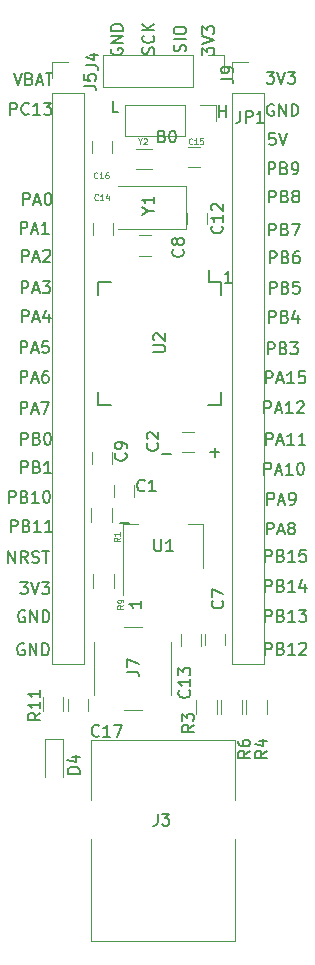
<source format=gbr>
G04 #@! TF.FileFunction,Legend,Top*
%FSLAX46Y46*%
G04 Gerber Fmt 4.6, Leading zero omitted, Abs format (unit mm)*
G04 Created by KiCad (PCBNEW 4.0.7) date 10/06/20 21:35:31*
%MOMM*%
%LPD*%
G01*
G04 APERTURE LIST*
%ADD10C,0.100000*%
%ADD11C,0.150000*%
%ADD12C,0.120000*%
G04 APERTURE END LIST*
D10*
D11*
X73152048Y-65857429D02*
X73913953Y-65857429D01*
X73533001Y-66238381D02*
X73533001Y-65476476D01*
X69088048Y-65984429D02*
X69849953Y-65984429D01*
X65468548Y-71826429D02*
X66230453Y-71826429D01*
X67300381Y-78440285D02*
X67300381Y-79011714D01*
X67300381Y-78726000D02*
X66300381Y-78726000D01*
X66443238Y-78821238D01*
X66538476Y-78916476D01*
X66586095Y-79011714D01*
X74961715Y-51506381D02*
X74390286Y-51506381D01*
X74676000Y-51506381D02*
X74676000Y-50506381D01*
X74580762Y-50649238D01*
X74485524Y-50744476D01*
X74390286Y-50792095D01*
X69043239Y-39104571D02*
X69186096Y-39152190D01*
X69233715Y-39199810D01*
X69281334Y-39295048D01*
X69281334Y-39437905D01*
X69233715Y-39533143D01*
X69186096Y-39580762D01*
X69090858Y-39628381D01*
X68709905Y-39628381D01*
X68709905Y-38628381D01*
X69043239Y-38628381D01*
X69138477Y-38676000D01*
X69186096Y-38723619D01*
X69233715Y-38818857D01*
X69233715Y-38914095D01*
X69186096Y-39009333D01*
X69138477Y-39056952D01*
X69043239Y-39104571D01*
X68709905Y-39104571D01*
X69900381Y-38628381D02*
X69995620Y-38628381D01*
X70090858Y-38676000D01*
X70138477Y-38723619D01*
X70186096Y-38818857D01*
X70233715Y-39009333D01*
X70233715Y-39247429D01*
X70186096Y-39437905D01*
X70138477Y-39533143D01*
X70090858Y-39580762D01*
X69995620Y-39628381D01*
X69900381Y-39628381D01*
X69805143Y-39580762D01*
X69757524Y-39533143D01*
X69709905Y-39437905D01*
X69662286Y-39247429D01*
X69662286Y-39009333D01*
X69709905Y-38818857D01*
X69757524Y-38723619D01*
X69805143Y-38676000D01*
X69900381Y-38628381D01*
X65357524Y-37078381D02*
X64881333Y-37078381D01*
X64881333Y-36078381D01*
X74433714Y-36473619D02*
X74433714Y-37473619D01*
X74433714Y-36997429D02*
X73862285Y-36997429D01*
X73862285Y-36473619D02*
X73862285Y-37473619D01*
X68349762Y-32146714D02*
X68397381Y-32003857D01*
X68397381Y-31765761D01*
X68349762Y-31670523D01*
X68302143Y-31622904D01*
X68206905Y-31575285D01*
X68111667Y-31575285D01*
X68016429Y-31622904D01*
X67968810Y-31670523D01*
X67921190Y-31765761D01*
X67873571Y-31956238D01*
X67825952Y-32051476D01*
X67778333Y-32099095D01*
X67683095Y-32146714D01*
X67587857Y-32146714D01*
X67492619Y-32099095D01*
X67445000Y-32051476D01*
X67397381Y-31956238D01*
X67397381Y-31718142D01*
X67445000Y-31575285D01*
X68302143Y-30575285D02*
X68349762Y-30622904D01*
X68397381Y-30765761D01*
X68397381Y-30860999D01*
X68349762Y-31003857D01*
X68254524Y-31099095D01*
X68159286Y-31146714D01*
X67968810Y-31194333D01*
X67825952Y-31194333D01*
X67635476Y-31146714D01*
X67540238Y-31099095D01*
X67445000Y-31003857D01*
X67397381Y-30860999D01*
X67397381Y-30765761D01*
X67445000Y-30622904D01*
X67492619Y-30575285D01*
X68397381Y-30146714D02*
X67397381Y-30146714D01*
X68397381Y-29575285D02*
X67825952Y-30003857D01*
X67397381Y-29575285D02*
X67968810Y-30146714D01*
X71016762Y-31908619D02*
X71064381Y-31765762D01*
X71064381Y-31527666D01*
X71016762Y-31432428D01*
X70969143Y-31384809D01*
X70873905Y-31337190D01*
X70778667Y-31337190D01*
X70683429Y-31384809D01*
X70635810Y-31432428D01*
X70588190Y-31527666D01*
X70540571Y-31718143D01*
X70492952Y-31813381D01*
X70445333Y-31861000D01*
X70350095Y-31908619D01*
X70254857Y-31908619D01*
X70159619Y-31861000D01*
X70112000Y-31813381D01*
X70064381Y-31718143D01*
X70064381Y-31480047D01*
X70112000Y-31337190D01*
X71064381Y-30908619D02*
X70064381Y-30908619D01*
X70064381Y-30241953D02*
X70064381Y-30051476D01*
X70112000Y-29956238D01*
X70207238Y-29861000D01*
X70397714Y-29813381D01*
X70731048Y-29813381D01*
X70921524Y-29861000D01*
X71016762Y-29956238D01*
X71064381Y-30051476D01*
X71064381Y-30241953D01*
X71016762Y-30337191D01*
X70921524Y-30432429D01*
X70731048Y-30480048D01*
X70397714Y-30480048D01*
X70207238Y-30432429D01*
X70112000Y-30337191D01*
X70064381Y-30241953D01*
X64778000Y-31686404D02*
X64730381Y-31781642D01*
X64730381Y-31924499D01*
X64778000Y-32067357D01*
X64873238Y-32162595D01*
X64968476Y-32210214D01*
X65158952Y-32257833D01*
X65301810Y-32257833D01*
X65492286Y-32210214D01*
X65587524Y-32162595D01*
X65682762Y-32067357D01*
X65730381Y-31924499D01*
X65730381Y-31829261D01*
X65682762Y-31686404D01*
X65635143Y-31638785D01*
X65301810Y-31638785D01*
X65301810Y-31829261D01*
X65730381Y-31210214D02*
X64730381Y-31210214D01*
X65730381Y-30638785D01*
X64730381Y-30638785D01*
X65730381Y-30162595D02*
X64730381Y-30162595D01*
X64730381Y-29924500D01*
X64778000Y-29781642D01*
X64873238Y-29686404D01*
X64968476Y-29638785D01*
X65158952Y-29591166D01*
X65301810Y-29591166D01*
X65492286Y-29638785D01*
X65587524Y-29686404D01*
X65682762Y-29781642D01*
X65730381Y-29924500D01*
X65730381Y-30162595D01*
X72477381Y-32226095D02*
X72477381Y-31607047D01*
X72858333Y-31940381D01*
X72858333Y-31797523D01*
X72905952Y-31702285D01*
X72953571Y-31654666D01*
X73048810Y-31607047D01*
X73286905Y-31607047D01*
X73382143Y-31654666D01*
X73429762Y-31702285D01*
X73477381Y-31797523D01*
X73477381Y-32083238D01*
X73429762Y-32178476D01*
X73382143Y-32226095D01*
X72477381Y-31321333D02*
X73477381Y-30988000D01*
X72477381Y-30654666D01*
X72477381Y-30416571D02*
X72477381Y-29797523D01*
X72858333Y-30130857D01*
X72858333Y-29987999D01*
X72905952Y-29892761D01*
X72953571Y-29845142D01*
X73048810Y-29797523D01*
X73286905Y-29797523D01*
X73382143Y-29845142D01*
X73429762Y-29892761D01*
X73477381Y-29987999D01*
X73477381Y-30273714D01*
X73429762Y-30368952D01*
X73382143Y-30416571D01*
X77908305Y-33640781D02*
X78527353Y-33640781D01*
X78194019Y-34021733D01*
X78336877Y-34021733D01*
X78432115Y-34069352D01*
X78479734Y-34116971D01*
X78527353Y-34212210D01*
X78527353Y-34450305D01*
X78479734Y-34545543D01*
X78432115Y-34593162D01*
X78336877Y-34640781D01*
X78051162Y-34640781D01*
X77955924Y-34593162D01*
X77908305Y-34545543D01*
X78813067Y-33640781D02*
X79146400Y-34640781D01*
X79479734Y-33640781D01*
X79717829Y-33640781D02*
X80336877Y-33640781D01*
X80003543Y-34021733D01*
X80146401Y-34021733D01*
X80241639Y-34069352D01*
X80289258Y-34116971D01*
X80336877Y-34212210D01*
X80336877Y-34450305D01*
X80289258Y-34545543D01*
X80241639Y-34593162D01*
X80146401Y-34640781D01*
X79860686Y-34640781D01*
X79765448Y-34593162D01*
X79717829Y-34545543D01*
X78498796Y-36431600D02*
X78403558Y-36383981D01*
X78260701Y-36383981D01*
X78117843Y-36431600D01*
X78022605Y-36526838D01*
X77974986Y-36622076D01*
X77927367Y-36812552D01*
X77927367Y-36955410D01*
X77974986Y-37145886D01*
X78022605Y-37241124D01*
X78117843Y-37336362D01*
X78260701Y-37383981D01*
X78355939Y-37383981D01*
X78498796Y-37336362D01*
X78546415Y-37288743D01*
X78546415Y-36955410D01*
X78355939Y-36955410D01*
X78974986Y-37383981D02*
X78974986Y-36383981D01*
X79546415Y-37383981D01*
X79546415Y-36383981D01*
X80022605Y-37383981D02*
X80022605Y-36383981D01*
X80260700Y-36383981D01*
X80403558Y-36431600D01*
X80498796Y-36526838D01*
X80546415Y-36622076D01*
X80594034Y-36812552D01*
X80594034Y-36955410D01*
X80546415Y-37145886D01*
X80498796Y-37241124D01*
X80403558Y-37336362D01*
X80260700Y-37383981D01*
X80022605Y-37383981D01*
X78625724Y-38847781D02*
X78149533Y-38847781D01*
X78101914Y-39323971D01*
X78149533Y-39276352D01*
X78244771Y-39228733D01*
X78482867Y-39228733D01*
X78578105Y-39276352D01*
X78625724Y-39323971D01*
X78673343Y-39419210D01*
X78673343Y-39657305D01*
X78625724Y-39752543D01*
X78578105Y-39800162D01*
X78482867Y-39847781D01*
X78244771Y-39847781D01*
X78149533Y-39800162D01*
X78101914Y-39752543D01*
X78959057Y-38847781D02*
X79292390Y-39847781D01*
X79625724Y-38847781D01*
X78086105Y-42311581D02*
X78086105Y-41311581D01*
X78467058Y-41311581D01*
X78562296Y-41359200D01*
X78609915Y-41406819D01*
X78657534Y-41502057D01*
X78657534Y-41644914D01*
X78609915Y-41740152D01*
X78562296Y-41787771D01*
X78467058Y-41835390D01*
X78086105Y-41835390D01*
X79419439Y-41787771D02*
X79562296Y-41835390D01*
X79609915Y-41883010D01*
X79657534Y-41978248D01*
X79657534Y-42121105D01*
X79609915Y-42216343D01*
X79562296Y-42263962D01*
X79467058Y-42311581D01*
X79086105Y-42311581D01*
X79086105Y-41311581D01*
X79419439Y-41311581D01*
X79514677Y-41359200D01*
X79562296Y-41406819D01*
X79609915Y-41502057D01*
X79609915Y-41597295D01*
X79562296Y-41692533D01*
X79514677Y-41740152D01*
X79419439Y-41787771D01*
X79086105Y-41787771D01*
X80133724Y-42311581D02*
X80324200Y-42311581D01*
X80419439Y-42263962D01*
X80467058Y-42216343D01*
X80562296Y-42073486D01*
X80609915Y-41883010D01*
X80609915Y-41502057D01*
X80562296Y-41406819D01*
X80514677Y-41359200D01*
X80419439Y-41311581D01*
X80228962Y-41311581D01*
X80133724Y-41359200D01*
X80086105Y-41406819D01*
X80038486Y-41502057D01*
X80038486Y-41740152D01*
X80086105Y-41835390D01*
X80133724Y-41883010D01*
X80228962Y-41930629D01*
X80419439Y-41930629D01*
X80514677Y-41883010D01*
X80562296Y-41835390D01*
X80609915Y-41740152D01*
X78136905Y-44711881D02*
X78136905Y-43711881D01*
X78517858Y-43711881D01*
X78613096Y-43759500D01*
X78660715Y-43807119D01*
X78708334Y-43902357D01*
X78708334Y-44045214D01*
X78660715Y-44140452D01*
X78613096Y-44188071D01*
X78517858Y-44235690D01*
X78136905Y-44235690D01*
X79470239Y-44188071D02*
X79613096Y-44235690D01*
X79660715Y-44283310D01*
X79708334Y-44378548D01*
X79708334Y-44521405D01*
X79660715Y-44616643D01*
X79613096Y-44664262D01*
X79517858Y-44711881D01*
X79136905Y-44711881D01*
X79136905Y-43711881D01*
X79470239Y-43711881D01*
X79565477Y-43759500D01*
X79613096Y-43807119D01*
X79660715Y-43902357D01*
X79660715Y-43997595D01*
X79613096Y-44092833D01*
X79565477Y-44140452D01*
X79470239Y-44188071D01*
X79136905Y-44188071D01*
X80279762Y-44140452D02*
X80184524Y-44092833D01*
X80136905Y-44045214D01*
X80089286Y-43949976D01*
X80089286Y-43902357D01*
X80136905Y-43807119D01*
X80184524Y-43759500D01*
X80279762Y-43711881D01*
X80470239Y-43711881D01*
X80565477Y-43759500D01*
X80613096Y-43807119D01*
X80660715Y-43902357D01*
X80660715Y-43949976D01*
X80613096Y-44045214D01*
X80565477Y-44092833D01*
X80470239Y-44140452D01*
X80279762Y-44140452D01*
X80184524Y-44188071D01*
X80136905Y-44235690D01*
X80089286Y-44330929D01*
X80089286Y-44521405D01*
X80136905Y-44616643D01*
X80184524Y-44664262D01*
X80279762Y-44711881D01*
X80470239Y-44711881D01*
X80565477Y-44664262D01*
X80613096Y-44616643D01*
X80660715Y-44521405D01*
X80660715Y-44330929D01*
X80613096Y-44235690D01*
X80565477Y-44188071D01*
X80470239Y-44140452D01*
X78136905Y-47505881D02*
X78136905Y-46505881D01*
X78517858Y-46505881D01*
X78613096Y-46553500D01*
X78660715Y-46601119D01*
X78708334Y-46696357D01*
X78708334Y-46839214D01*
X78660715Y-46934452D01*
X78613096Y-46982071D01*
X78517858Y-47029690D01*
X78136905Y-47029690D01*
X79470239Y-46982071D02*
X79613096Y-47029690D01*
X79660715Y-47077310D01*
X79708334Y-47172548D01*
X79708334Y-47315405D01*
X79660715Y-47410643D01*
X79613096Y-47458262D01*
X79517858Y-47505881D01*
X79136905Y-47505881D01*
X79136905Y-46505881D01*
X79470239Y-46505881D01*
X79565477Y-46553500D01*
X79613096Y-46601119D01*
X79660715Y-46696357D01*
X79660715Y-46791595D01*
X79613096Y-46886833D01*
X79565477Y-46934452D01*
X79470239Y-46982071D01*
X79136905Y-46982071D01*
X80041667Y-46505881D02*
X80708334Y-46505881D01*
X80279762Y-47505881D01*
X78187705Y-49855381D02*
X78187705Y-48855381D01*
X78568658Y-48855381D01*
X78663896Y-48903000D01*
X78711515Y-48950619D01*
X78759134Y-49045857D01*
X78759134Y-49188714D01*
X78711515Y-49283952D01*
X78663896Y-49331571D01*
X78568658Y-49379190D01*
X78187705Y-49379190D01*
X79521039Y-49331571D02*
X79663896Y-49379190D01*
X79711515Y-49426810D01*
X79759134Y-49522048D01*
X79759134Y-49664905D01*
X79711515Y-49760143D01*
X79663896Y-49807762D01*
X79568658Y-49855381D01*
X79187705Y-49855381D01*
X79187705Y-48855381D01*
X79521039Y-48855381D01*
X79616277Y-48903000D01*
X79663896Y-48950619D01*
X79711515Y-49045857D01*
X79711515Y-49141095D01*
X79663896Y-49236333D01*
X79616277Y-49283952D01*
X79521039Y-49331571D01*
X79187705Y-49331571D01*
X80616277Y-48855381D02*
X80425800Y-48855381D01*
X80330562Y-48903000D01*
X80282943Y-48950619D01*
X80187705Y-49093476D01*
X80140086Y-49283952D01*
X80140086Y-49664905D01*
X80187705Y-49760143D01*
X80235324Y-49807762D01*
X80330562Y-49855381D01*
X80521039Y-49855381D01*
X80616277Y-49807762D01*
X80663896Y-49760143D01*
X80711515Y-49664905D01*
X80711515Y-49426810D01*
X80663896Y-49331571D01*
X80616277Y-49283952D01*
X80521039Y-49236333D01*
X80330562Y-49236333D01*
X80235324Y-49283952D01*
X80187705Y-49331571D01*
X80140086Y-49426810D01*
X78187705Y-52420781D02*
X78187705Y-51420781D01*
X78568658Y-51420781D01*
X78663896Y-51468400D01*
X78711515Y-51516019D01*
X78759134Y-51611257D01*
X78759134Y-51754114D01*
X78711515Y-51849352D01*
X78663896Y-51896971D01*
X78568658Y-51944590D01*
X78187705Y-51944590D01*
X79521039Y-51896971D02*
X79663896Y-51944590D01*
X79711515Y-51992210D01*
X79759134Y-52087448D01*
X79759134Y-52230305D01*
X79711515Y-52325543D01*
X79663896Y-52373162D01*
X79568658Y-52420781D01*
X79187705Y-52420781D01*
X79187705Y-51420781D01*
X79521039Y-51420781D01*
X79616277Y-51468400D01*
X79663896Y-51516019D01*
X79711515Y-51611257D01*
X79711515Y-51706495D01*
X79663896Y-51801733D01*
X79616277Y-51849352D01*
X79521039Y-51896971D01*
X79187705Y-51896971D01*
X80663896Y-51420781D02*
X80187705Y-51420781D01*
X80140086Y-51896971D01*
X80187705Y-51849352D01*
X80282943Y-51801733D01*
X80521039Y-51801733D01*
X80616277Y-51849352D01*
X80663896Y-51896971D01*
X80711515Y-51992210D01*
X80711515Y-52230305D01*
X80663896Y-52325543D01*
X80616277Y-52373162D01*
X80521039Y-52420781D01*
X80282943Y-52420781D01*
X80187705Y-52373162D01*
X80140086Y-52325543D01*
X78136905Y-54884581D02*
X78136905Y-53884581D01*
X78517858Y-53884581D01*
X78613096Y-53932200D01*
X78660715Y-53979819D01*
X78708334Y-54075057D01*
X78708334Y-54217914D01*
X78660715Y-54313152D01*
X78613096Y-54360771D01*
X78517858Y-54408390D01*
X78136905Y-54408390D01*
X79470239Y-54360771D02*
X79613096Y-54408390D01*
X79660715Y-54456010D01*
X79708334Y-54551248D01*
X79708334Y-54694105D01*
X79660715Y-54789343D01*
X79613096Y-54836962D01*
X79517858Y-54884581D01*
X79136905Y-54884581D01*
X79136905Y-53884581D01*
X79470239Y-53884581D01*
X79565477Y-53932200D01*
X79613096Y-53979819D01*
X79660715Y-54075057D01*
X79660715Y-54170295D01*
X79613096Y-54265533D01*
X79565477Y-54313152D01*
X79470239Y-54360771D01*
X79136905Y-54360771D01*
X80565477Y-54217914D02*
X80565477Y-54884581D01*
X80327381Y-53836962D02*
X80089286Y-54551248D01*
X80708334Y-54551248D01*
X78022605Y-57564281D02*
X78022605Y-56564281D01*
X78403558Y-56564281D01*
X78498796Y-56611900D01*
X78546415Y-56659519D01*
X78594034Y-56754757D01*
X78594034Y-56897614D01*
X78546415Y-56992852D01*
X78498796Y-57040471D01*
X78403558Y-57088090D01*
X78022605Y-57088090D01*
X79355939Y-57040471D02*
X79498796Y-57088090D01*
X79546415Y-57135710D01*
X79594034Y-57230948D01*
X79594034Y-57373805D01*
X79546415Y-57469043D01*
X79498796Y-57516662D01*
X79403558Y-57564281D01*
X79022605Y-57564281D01*
X79022605Y-56564281D01*
X79355939Y-56564281D01*
X79451177Y-56611900D01*
X79498796Y-56659519D01*
X79546415Y-56754757D01*
X79546415Y-56849995D01*
X79498796Y-56945233D01*
X79451177Y-56992852D01*
X79355939Y-57040471D01*
X79022605Y-57040471D01*
X79927367Y-56564281D02*
X80546415Y-56564281D01*
X80213081Y-56945233D01*
X80355939Y-56945233D01*
X80451177Y-56992852D01*
X80498796Y-57040471D01*
X80546415Y-57135710D01*
X80546415Y-57373805D01*
X80498796Y-57469043D01*
X80451177Y-57516662D01*
X80355939Y-57564281D01*
X80070224Y-57564281D01*
X79974986Y-57516662D01*
X79927367Y-57469043D01*
X77859143Y-60015381D02*
X77859143Y-59015381D01*
X78240096Y-59015381D01*
X78335334Y-59063000D01*
X78382953Y-59110619D01*
X78430572Y-59205857D01*
X78430572Y-59348714D01*
X78382953Y-59443952D01*
X78335334Y-59491571D01*
X78240096Y-59539190D01*
X77859143Y-59539190D01*
X78811524Y-59729667D02*
X79287715Y-59729667D01*
X78716286Y-60015381D02*
X79049619Y-59015381D01*
X79382953Y-60015381D01*
X80240096Y-60015381D02*
X79668667Y-60015381D01*
X79954381Y-60015381D02*
X79954381Y-59015381D01*
X79859143Y-59158238D01*
X79763905Y-59253476D01*
X79668667Y-59301095D01*
X81144858Y-59015381D02*
X80668667Y-59015381D01*
X80621048Y-59491571D01*
X80668667Y-59443952D01*
X80763905Y-59396333D01*
X81002001Y-59396333D01*
X81097239Y-59443952D01*
X81144858Y-59491571D01*
X81192477Y-59586810D01*
X81192477Y-59824905D01*
X81144858Y-59920143D01*
X81097239Y-59967762D01*
X81002001Y-60015381D01*
X80763905Y-60015381D01*
X80668667Y-59967762D01*
X80621048Y-59920143D01*
X77732143Y-62555381D02*
X77732143Y-61555381D01*
X78113096Y-61555381D01*
X78208334Y-61603000D01*
X78255953Y-61650619D01*
X78303572Y-61745857D01*
X78303572Y-61888714D01*
X78255953Y-61983952D01*
X78208334Y-62031571D01*
X78113096Y-62079190D01*
X77732143Y-62079190D01*
X78684524Y-62269667D02*
X79160715Y-62269667D01*
X78589286Y-62555381D02*
X78922619Y-61555381D01*
X79255953Y-62555381D01*
X80113096Y-62555381D02*
X79541667Y-62555381D01*
X79827381Y-62555381D02*
X79827381Y-61555381D01*
X79732143Y-61698238D01*
X79636905Y-61793476D01*
X79541667Y-61841095D01*
X80494048Y-61650619D02*
X80541667Y-61603000D01*
X80636905Y-61555381D01*
X80875001Y-61555381D01*
X80970239Y-61603000D01*
X81017858Y-61650619D01*
X81065477Y-61745857D01*
X81065477Y-61841095D01*
X81017858Y-61983952D01*
X80446429Y-62555381D01*
X81065477Y-62555381D01*
X77859143Y-65222381D02*
X77859143Y-64222381D01*
X78240096Y-64222381D01*
X78335334Y-64270000D01*
X78382953Y-64317619D01*
X78430572Y-64412857D01*
X78430572Y-64555714D01*
X78382953Y-64650952D01*
X78335334Y-64698571D01*
X78240096Y-64746190D01*
X77859143Y-64746190D01*
X78811524Y-64936667D02*
X79287715Y-64936667D01*
X78716286Y-65222381D02*
X79049619Y-64222381D01*
X79382953Y-65222381D01*
X80240096Y-65222381D02*
X79668667Y-65222381D01*
X79954381Y-65222381D02*
X79954381Y-64222381D01*
X79859143Y-64365238D01*
X79763905Y-64460476D01*
X79668667Y-64508095D01*
X81192477Y-65222381D02*
X80621048Y-65222381D01*
X80906762Y-65222381D02*
X80906762Y-64222381D01*
X80811524Y-64365238D01*
X80716286Y-64460476D01*
X80621048Y-64508095D01*
X77732143Y-67762381D02*
X77732143Y-66762381D01*
X78113096Y-66762381D01*
X78208334Y-66810000D01*
X78255953Y-66857619D01*
X78303572Y-66952857D01*
X78303572Y-67095714D01*
X78255953Y-67190952D01*
X78208334Y-67238571D01*
X78113096Y-67286190D01*
X77732143Y-67286190D01*
X78684524Y-67476667D02*
X79160715Y-67476667D01*
X78589286Y-67762381D02*
X78922619Y-66762381D01*
X79255953Y-67762381D01*
X80113096Y-67762381D02*
X79541667Y-67762381D01*
X79827381Y-67762381D02*
X79827381Y-66762381D01*
X79732143Y-66905238D01*
X79636905Y-67000476D01*
X79541667Y-67048095D01*
X80732143Y-66762381D02*
X80827382Y-66762381D01*
X80922620Y-66810000D01*
X80970239Y-66857619D01*
X81017858Y-66952857D01*
X81065477Y-67143333D01*
X81065477Y-67381429D01*
X81017858Y-67571905D01*
X80970239Y-67667143D01*
X80922620Y-67714762D01*
X80827382Y-67762381D01*
X80732143Y-67762381D01*
X80636905Y-67714762D01*
X80589286Y-67667143D01*
X80541667Y-67571905D01*
X80494048Y-67381429D01*
X80494048Y-67143333D01*
X80541667Y-66952857D01*
X80589286Y-66857619D01*
X80636905Y-66810000D01*
X80732143Y-66762381D01*
X77979733Y-70302381D02*
X77979733Y-69302381D01*
X78360686Y-69302381D01*
X78455924Y-69350000D01*
X78503543Y-69397619D01*
X78551162Y-69492857D01*
X78551162Y-69635714D01*
X78503543Y-69730952D01*
X78455924Y-69778571D01*
X78360686Y-69826190D01*
X77979733Y-69826190D01*
X78932114Y-70016667D02*
X79408305Y-70016667D01*
X78836876Y-70302381D02*
X79170209Y-69302381D01*
X79503543Y-70302381D01*
X79884495Y-70302381D02*
X80074971Y-70302381D01*
X80170210Y-70254762D01*
X80217829Y-70207143D01*
X80313067Y-70064286D01*
X80360686Y-69873810D01*
X80360686Y-69492857D01*
X80313067Y-69397619D01*
X80265448Y-69350000D01*
X80170210Y-69302381D01*
X79979733Y-69302381D01*
X79884495Y-69350000D01*
X79836876Y-69397619D01*
X79789257Y-69492857D01*
X79789257Y-69730952D01*
X79836876Y-69826190D01*
X79884495Y-69873810D01*
X79979733Y-69921429D01*
X80170210Y-69921429D01*
X80265448Y-69873810D01*
X80313067Y-69826190D01*
X80360686Y-69730952D01*
X77928933Y-72816981D02*
X77928933Y-71816981D01*
X78309886Y-71816981D01*
X78405124Y-71864600D01*
X78452743Y-71912219D01*
X78500362Y-72007457D01*
X78500362Y-72150314D01*
X78452743Y-72245552D01*
X78405124Y-72293171D01*
X78309886Y-72340790D01*
X77928933Y-72340790D01*
X78881314Y-72531267D02*
X79357505Y-72531267D01*
X78786076Y-72816981D02*
X79119409Y-71816981D01*
X79452743Y-72816981D01*
X79928933Y-72245552D02*
X79833695Y-72197933D01*
X79786076Y-72150314D01*
X79738457Y-72055076D01*
X79738457Y-72007457D01*
X79786076Y-71912219D01*
X79833695Y-71864600D01*
X79928933Y-71816981D01*
X80119410Y-71816981D01*
X80214648Y-71864600D01*
X80262267Y-71912219D01*
X80309886Y-72007457D01*
X80309886Y-72055076D01*
X80262267Y-72150314D01*
X80214648Y-72197933D01*
X80119410Y-72245552D01*
X79928933Y-72245552D01*
X79833695Y-72293171D01*
X79786076Y-72340790D01*
X79738457Y-72436029D01*
X79738457Y-72626505D01*
X79786076Y-72721743D01*
X79833695Y-72769362D01*
X79928933Y-72816981D01*
X80119410Y-72816981D01*
X80214648Y-72769362D01*
X80262267Y-72721743D01*
X80309886Y-72626505D01*
X80309886Y-72436029D01*
X80262267Y-72340790D01*
X80214648Y-72293171D01*
X80119410Y-72245552D01*
X77787714Y-75128381D02*
X77787714Y-74128381D01*
X78168667Y-74128381D01*
X78263905Y-74176000D01*
X78311524Y-74223619D01*
X78359143Y-74318857D01*
X78359143Y-74461714D01*
X78311524Y-74556952D01*
X78263905Y-74604571D01*
X78168667Y-74652190D01*
X77787714Y-74652190D01*
X79121048Y-74604571D02*
X79263905Y-74652190D01*
X79311524Y-74699810D01*
X79359143Y-74795048D01*
X79359143Y-74937905D01*
X79311524Y-75033143D01*
X79263905Y-75080762D01*
X79168667Y-75128381D01*
X78787714Y-75128381D01*
X78787714Y-74128381D01*
X79121048Y-74128381D01*
X79216286Y-74176000D01*
X79263905Y-74223619D01*
X79311524Y-74318857D01*
X79311524Y-74414095D01*
X79263905Y-74509333D01*
X79216286Y-74556952D01*
X79121048Y-74604571D01*
X78787714Y-74604571D01*
X80311524Y-75128381D02*
X79740095Y-75128381D01*
X80025809Y-75128381D02*
X80025809Y-74128381D01*
X79930571Y-74271238D01*
X79835333Y-74366476D01*
X79740095Y-74414095D01*
X81216286Y-74128381D02*
X80740095Y-74128381D01*
X80692476Y-74604571D01*
X80740095Y-74556952D01*
X80835333Y-74509333D01*
X81073429Y-74509333D01*
X81168667Y-74556952D01*
X81216286Y-74604571D01*
X81263905Y-74699810D01*
X81263905Y-74937905D01*
X81216286Y-75033143D01*
X81168667Y-75080762D01*
X81073429Y-75128381D01*
X80835333Y-75128381D01*
X80740095Y-75080762D01*
X80692476Y-75033143D01*
X77787714Y-77668381D02*
X77787714Y-76668381D01*
X78168667Y-76668381D01*
X78263905Y-76716000D01*
X78311524Y-76763619D01*
X78359143Y-76858857D01*
X78359143Y-77001714D01*
X78311524Y-77096952D01*
X78263905Y-77144571D01*
X78168667Y-77192190D01*
X77787714Y-77192190D01*
X79121048Y-77144571D02*
X79263905Y-77192190D01*
X79311524Y-77239810D01*
X79359143Y-77335048D01*
X79359143Y-77477905D01*
X79311524Y-77573143D01*
X79263905Y-77620762D01*
X79168667Y-77668381D01*
X78787714Y-77668381D01*
X78787714Y-76668381D01*
X79121048Y-76668381D01*
X79216286Y-76716000D01*
X79263905Y-76763619D01*
X79311524Y-76858857D01*
X79311524Y-76954095D01*
X79263905Y-77049333D01*
X79216286Y-77096952D01*
X79121048Y-77144571D01*
X78787714Y-77144571D01*
X80311524Y-77668381D02*
X79740095Y-77668381D01*
X80025809Y-77668381D02*
X80025809Y-76668381D01*
X79930571Y-76811238D01*
X79835333Y-76906476D01*
X79740095Y-76954095D01*
X81168667Y-77001714D02*
X81168667Y-77668381D01*
X80930571Y-76620762D02*
X80692476Y-77335048D01*
X81311524Y-77335048D01*
X77787714Y-80208381D02*
X77787714Y-79208381D01*
X78168667Y-79208381D01*
X78263905Y-79256000D01*
X78311524Y-79303619D01*
X78359143Y-79398857D01*
X78359143Y-79541714D01*
X78311524Y-79636952D01*
X78263905Y-79684571D01*
X78168667Y-79732190D01*
X77787714Y-79732190D01*
X79121048Y-79684571D02*
X79263905Y-79732190D01*
X79311524Y-79779810D01*
X79359143Y-79875048D01*
X79359143Y-80017905D01*
X79311524Y-80113143D01*
X79263905Y-80160762D01*
X79168667Y-80208381D01*
X78787714Y-80208381D01*
X78787714Y-79208381D01*
X79121048Y-79208381D01*
X79216286Y-79256000D01*
X79263905Y-79303619D01*
X79311524Y-79398857D01*
X79311524Y-79494095D01*
X79263905Y-79589333D01*
X79216286Y-79636952D01*
X79121048Y-79684571D01*
X78787714Y-79684571D01*
X80311524Y-80208381D02*
X79740095Y-80208381D01*
X80025809Y-80208381D02*
X80025809Y-79208381D01*
X79930571Y-79351238D01*
X79835333Y-79446476D01*
X79740095Y-79494095D01*
X80644857Y-79208381D02*
X81263905Y-79208381D01*
X80930571Y-79589333D01*
X81073429Y-79589333D01*
X81168667Y-79636952D01*
X81216286Y-79684571D01*
X81263905Y-79779810D01*
X81263905Y-80017905D01*
X81216286Y-80113143D01*
X81168667Y-80160762D01*
X81073429Y-80208381D01*
X80787714Y-80208381D01*
X80692476Y-80160762D01*
X80644857Y-80113143D01*
X77787714Y-83002381D02*
X77787714Y-82002381D01*
X78168667Y-82002381D01*
X78263905Y-82050000D01*
X78311524Y-82097619D01*
X78359143Y-82192857D01*
X78359143Y-82335714D01*
X78311524Y-82430952D01*
X78263905Y-82478571D01*
X78168667Y-82526190D01*
X77787714Y-82526190D01*
X79121048Y-82478571D02*
X79263905Y-82526190D01*
X79311524Y-82573810D01*
X79359143Y-82669048D01*
X79359143Y-82811905D01*
X79311524Y-82907143D01*
X79263905Y-82954762D01*
X79168667Y-83002381D01*
X78787714Y-83002381D01*
X78787714Y-82002381D01*
X79121048Y-82002381D01*
X79216286Y-82050000D01*
X79263905Y-82097619D01*
X79311524Y-82192857D01*
X79311524Y-82288095D01*
X79263905Y-82383333D01*
X79216286Y-82430952D01*
X79121048Y-82478571D01*
X78787714Y-82478571D01*
X80311524Y-83002381D02*
X79740095Y-83002381D01*
X80025809Y-83002381D02*
X80025809Y-82002381D01*
X79930571Y-82145238D01*
X79835333Y-82240476D01*
X79740095Y-82288095D01*
X80692476Y-82097619D02*
X80740095Y-82050000D01*
X80835333Y-82002381D01*
X81073429Y-82002381D01*
X81168667Y-82050000D01*
X81216286Y-82097619D01*
X81263905Y-82192857D01*
X81263905Y-82288095D01*
X81216286Y-82430952D01*
X80644857Y-83002381D01*
X81263905Y-83002381D01*
X57378696Y-82090640D02*
X57283458Y-82043021D01*
X57140601Y-82043021D01*
X56997743Y-82090640D01*
X56902505Y-82185878D01*
X56854886Y-82281116D01*
X56807267Y-82471592D01*
X56807267Y-82614450D01*
X56854886Y-82804926D01*
X56902505Y-82900164D01*
X56997743Y-82995402D01*
X57140601Y-83043021D01*
X57235839Y-83043021D01*
X57378696Y-82995402D01*
X57426315Y-82947783D01*
X57426315Y-82614450D01*
X57235839Y-82614450D01*
X57854886Y-83043021D02*
X57854886Y-82043021D01*
X58426315Y-83043021D01*
X58426315Y-82043021D01*
X58902505Y-83043021D02*
X58902505Y-82043021D01*
X59140600Y-82043021D01*
X59283458Y-82090640D01*
X59378696Y-82185878D01*
X59426315Y-82281116D01*
X59473934Y-82471592D01*
X59473934Y-82614450D01*
X59426315Y-82804926D01*
X59378696Y-82900164D01*
X59283458Y-82995402D01*
X59140600Y-83043021D01*
X58902505Y-83043021D01*
X57434576Y-79296640D02*
X57339338Y-79249021D01*
X57196481Y-79249021D01*
X57053623Y-79296640D01*
X56958385Y-79391878D01*
X56910766Y-79487116D01*
X56863147Y-79677592D01*
X56863147Y-79820450D01*
X56910766Y-80010926D01*
X56958385Y-80106164D01*
X57053623Y-80201402D01*
X57196481Y-80249021D01*
X57291719Y-80249021D01*
X57434576Y-80201402D01*
X57482195Y-80153783D01*
X57482195Y-79820450D01*
X57291719Y-79820450D01*
X57910766Y-80249021D02*
X57910766Y-79249021D01*
X58482195Y-80249021D01*
X58482195Y-79249021D01*
X58958385Y-80249021D02*
X58958385Y-79249021D01*
X59196480Y-79249021D01*
X59339338Y-79296640D01*
X59434576Y-79391878D01*
X59482195Y-79487116D01*
X59529814Y-79677592D01*
X59529814Y-79820450D01*
X59482195Y-80010926D01*
X59434576Y-80106164D01*
X59339338Y-80201402D01*
X59196480Y-80249021D01*
X58958385Y-80249021D01*
X57070145Y-76846181D02*
X57689193Y-76846181D01*
X57355859Y-77227133D01*
X57498717Y-77227133D01*
X57593955Y-77274752D01*
X57641574Y-77322371D01*
X57689193Y-77417610D01*
X57689193Y-77655705D01*
X57641574Y-77750943D01*
X57593955Y-77798562D01*
X57498717Y-77846181D01*
X57213002Y-77846181D01*
X57117764Y-77798562D01*
X57070145Y-77750943D01*
X57974907Y-76846181D02*
X58308240Y-77846181D01*
X58641574Y-76846181D01*
X58879669Y-76846181D02*
X59498717Y-76846181D01*
X59165383Y-77227133D01*
X59308241Y-77227133D01*
X59403479Y-77274752D01*
X59451098Y-77322371D01*
X59498717Y-77417610D01*
X59498717Y-77655705D01*
X59451098Y-77750943D01*
X59403479Y-77798562D01*
X59308241Y-77846181D01*
X59022526Y-77846181D01*
X58927288Y-77798562D01*
X58879669Y-77750943D01*
X56050703Y-75219821D02*
X56050703Y-74219821D01*
X56622132Y-75219821D01*
X56622132Y-74219821D01*
X57669751Y-75219821D02*
X57336417Y-74743630D01*
X57098322Y-75219821D02*
X57098322Y-74219821D01*
X57479275Y-74219821D01*
X57574513Y-74267440D01*
X57622132Y-74315059D01*
X57669751Y-74410297D01*
X57669751Y-74553154D01*
X57622132Y-74648392D01*
X57574513Y-74696011D01*
X57479275Y-74743630D01*
X57098322Y-74743630D01*
X58050703Y-75172202D02*
X58193560Y-75219821D01*
X58431656Y-75219821D01*
X58526894Y-75172202D01*
X58574513Y-75124583D01*
X58622132Y-75029345D01*
X58622132Y-74934107D01*
X58574513Y-74838869D01*
X58526894Y-74791250D01*
X58431656Y-74743630D01*
X58241179Y-74696011D01*
X58145941Y-74648392D01*
X58098322Y-74600773D01*
X58050703Y-74505535D01*
X58050703Y-74410297D01*
X58098322Y-74315059D01*
X58145941Y-74267440D01*
X58241179Y-74219821D01*
X58479275Y-74219821D01*
X58622132Y-74267440D01*
X58907846Y-74219821D02*
X59479275Y-74219821D01*
X59193560Y-75219821D02*
X59193560Y-74219821D01*
X56258674Y-72593461D02*
X56258674Y-71593461D01*
X56639627Y-71593461D01*
X56734865Y-71641080D01*
X56782484Y-71688699D01*
X56830103Y-71783937D01*
X56830103Y-71926794D01*
X56782484Y-72022032D01*
X56734865Y-72069651D01*
X56639627Y-72117270D01*
X56258674Y-72117270D01*
X57592008Y-72069651D02*
X57734865Y-72117270D01*
X57782484Y-72164890D01*
X57830103Y-72260128D01*
X57830103Y-72402985D01*
X57782484Y-72498223D01*
X57734865Y-72545842D01*
X57639627Y-72593461D01*
X57258674Y-72593461D01*
X57258674Y-71593461D01*
X57592008Y-71593461D01*
X57687246Y-71641080D01*
X57734865Y-71688699D01*
X57782484Y-71783937D01*
X57782484Y-71879175D01*
X57734865Y-71974413D01*
X57687246Y-72022032D01*
X57592008Y-72069651D01*
X57258674Y-72069651D01*
X58782484Y-72593461D02*
X58211055Y-72593461D01*
X58496769Y-72593461D02*
X58496769Y-71593461D01*
X58401531Y-71736318D01*
X58306293Y-71831556D01*
X58211055Y-71879175D01*
X59734865Y-72593461D02*
X59163436Y-72593461D01*
X59449150Y-72593461D02*
X59449150Y-71593461D01*
X59353912Y-71736318D01*
X59258674Y-71831556D01*
X59163436Y-71879175D01*
X56091034Y-70134741D02*
X56091034Y-69134741D01*
X56471987Y-69134741D01*
X56567225Y-69182360D01*
X56614844Y-69229979D01*
X56662463Y-69325217D01*
X56662463Y-69468074D01*
X56614844Y-69563312D01*
X56567225Y-69610931D01*
X56471987Y-69658550D01*
X56091034Y-69658550D01*
X57424368Y-69610931D02*
X57567225Y-69658550D01*
X57614844Y-69706170D01*
X57662463Y-69801408D01*
X57662463Y-69944265D01*
X57614844Y-70039503D01*
X57567225Y-70087122D01*
X57471987Y-70134741D01*
X57091034Y-70134741D01*
X57091034Y-69134741D01*
X57424368Y-69134741D01*
X57519606Y-69182360D01*
X57567225Y-69229979D01*
X57614844Y-69325217D01*
X57614844Y-69420455D01*
X57567225Y-69515693D01*
X57519606Y-69563312D01*
X57424368Y-69610931D01*
X57091034Y-69610931D01*
X58614844Y-70134741D02*
X58043415Y-70134741D01*
X58329129Y-70134741D02*
X58329129Y-69134741D01*
X58233891Y-69277598D01*
X58138653Y-69372836D01*
X58043415Y-69420455D01*
X59233891Y-69134741D02*
X59329130Y-69134741D01*
X59424368Y-69182360D01*
X59471987Y-69229979D01*
X59519606Y-69325217D01*
X59567225Y-69515693D01*
X59567225Y-69753789D01*
X59519606Y-69944265D01*
X59471987Y-70039503D01*
X59424368Y-70087122D01*
X59329130Y-70134741D01*
X59233891Y-70134741D01*
X59138653Y-70087122D01*
X59091034Y-70039503D01*
X59043415Y-69944265D01*
X58995796Y-69753789D01*
X58995796Y-69515693D01*
X59043415Y-69325217D01*
X59091034Y-69229979D01*
X59138653Y-69182360D01*
X59233891Y-69134741D01*
X57126025Y-67620141D02*
X57126025Y-66620141D01*
X57506978Y-66620141D01*
X57602216Y-66667760D01*
X57649835Y-66715379D01*
X57697454Y-66810617D01*
X57697454Y-66953474D01*
X57649835Y-67048712D01*
X57602216Y-67096331D01*
X57506978Y-67143950D01*
X57126025Y-67143950D01*
X58459359Y-67096331D02*
X58602216Y-67143950D01*
X58649835Y-67191570D01*
X58697454Y-67286808D01*
X58697454Y-67429665D01*
X58649835Y-67524903D01*
X58602216Y-67572522D01*
X58506978Y-67620141D01*
X58126025Y-67620141D01*
X58126025Y-66620141D01*
X58459359Y-66620141D01*
X58554597Y-66667760D01*
X58602216Y-66715379D01*
X58649835Y-66810617D01*
X58649835Y-66905855D01*
X58602216Y-67001093D01*
X58554597Y-67048712D01*
X58459359Y-67096331D01*
X58126025Y-67096331D01*
X59649835Y-67620141D02*
X59078406Y-67620141D01*
X59364120Y-67620141D02*
X59364120Y-66620141D01*
X59268882Y-66762998D01*
X59173644Y-66858236D01*
X59078406Y-66905855D01*
X57126025Y-65217301D02*
X57126025Y-64217301D01*
X57506978Y-64217301D01*
X57602216Y-64264920D01*
X57649835Y-64312539D01*
X57697454Y-64407777D01*
X57697454Y-64550634D01*
X57649835Y-64645872D01*
X57602216Y-64693491D01*
X57506978Y-64741110D01*
X57126025Y-64741110D01*
X58459359Y-64693491D02*
X58602216Y-64741110D01*
X58649835Y-64788730D01*
X58697454Y-64883968D01*
X58697454Y-65026825D01*
X58649835Y-65122063D01*
X58602216Y-65169682D01*
X58506978Y-65217301D01*
X58126025Y-65217301D01*
X58126025Y-64217301D01*
X58459359Y-64217301D01*
X58554597Y-64264920D01*
X58602216Y-64312539D01*
X58649835Y-64407777D01*
X58649835Y-64503015D01*
X58602216Y-64598253D01*
X58554597Y-64645872D01*
X58459359Y-64693491D01*
X58126025Y-64693491D01*
X59316501Y-64217301D02*
X59411740Y-64217301D01*
X59506978Y-64264920D01*
X59554597Y-64312539D01*
X59602216Y-64407777D01*
X59649835Y-64598253D01*
X59649835Y-64836349D01*
X59602216Y-65026825D01*
X59554597Y-65122063D01*
X59506978Y-65169682D01*
X59411740Y-65217301D01*
X59316501Y-65217301D01*
X59221263Y-65169682D01*
X59173644Y-65122063D01*
X59126025Y-65026825D01*
X59078406Y-64836349D01*
X59078406Y-64598253D01*
X59126025Y-64407777D01*
X59173644Y-64312539D01*
X59221263Y-64264920D01*
X59316501Y-64217301D01*
X57085693Y-62590941D02*
X57085693Y-61590941D01*
X57466646Y-61590941D01*
X57561884Y-61638560D01*
X57609503Y-61686179D01*
X57657122Y-61781417D01*
X57657122Y-61924274D01*
X57609503Y-62019512D01*
X57561884Y-62067131D01*
X57466646Y-62114750D01*
X57085693Y-62114750D01*
X58038074Y-62305227D02*
X58514265Y-62305227D01*
X57942836Y-62590941D02*
X58276169Y-61590941D01*
X58609503Y-62590941D01*
X58847598Y-61590941D02*
X59514265Y-61590941D01*
X59085693Y-62590941D01*
X57085693Y-59964581D02*
X57085693Y-58964581D01*
X57466646Y-58964581D01*
X57561884Y-59012200D01*
X57609503Y-59059819D01*
X57657122Y-59155057D01*
X57657122Y-59297914D01*
X57609503Y-59393152D01*
X57561884Y-59440771D01*
X57466646Y-59488390D01*
X57085693Y-59488390D01*
X58038074Y-59678867D02*
X58514265Y-59678867D01*
X57942836Y-59964581D02*
X58276169Y-58964581D01*
X58609503Y-59964581D01*
X59371408Y-58964581D02*
X59180931Y-58964581D01*
X59085693Y-59012200D01*
X59038074Y-59059819D01*
X58942836Y-59202676D01*
X58895217Y-59393152D01*
X58895217Y-59774105D01*
X58942836Y-59869343D01*
X58990455Y-59916962D01*
X59085693Y-59964581D01*
X59276170Y-59964581D01*
X59371408Y-59916962D01*
X59419027Y-59869343D01*
X59466646Y-59774105D01*
X59466646Y-59536010D01*
X59419027Y-59440771D01*
X59371408Y-59393152D01*
X59276170Y-59345533D01*
X59085693Y-59345533D01*
X58990455Y-59393152D01*
X58942836Y-59440771D01*
X58895217Y-59536010D01*
X57085693Y-57449981D02*
X57085693Y-56449981D01*
X57466646Y-56449981D01*
X57561884Y-56497600D01*
X57609503Y-56545219D01*
X57657122Y-56640457D01*
X57657122Y-56783314D01*
X57609503Y-56878552D01*
X57561884Y-56926171D01*
X57466646Y-56973790D01*
X57085693Y-56973790D01*
X58038074Y-57164267D02*
X58514265Y-57164267D01*
X57942836Y-57449981D02*
X58276169Y-56449981D01*
X58609503Y-57449981D01*
X59419027Y-56449981D02*
X58942836Y-56449981D01*
X58895217Y-56926171D01*
X58942836Y-56878552D01*
X59038074Y-56830933D01*
X59276170Y-56830933D01*
X59371408Y-56878552D01*
X59419027Y-56926171D01*
X59466646Y-57021410D01*
X59466646Y-57259505D01*
X59419027Y-57354743D01*
X59371408Y-57402362D01*
X59276170Y-57449981D01*
X59038074Y-57449981D01*
X58942836Y-57402362D01*
X58895217Y-57354743D01*
X57197453Y-54823621D02*
X57197453Y-53823621D01*
X57578406Y-53823621D01*
X57673644Y-53871240D01*
X57721263Y-53918859D01*
X57768882Y-54014097D01*
X57768882Y-54156954D01*
X57721263Y-54252192D01*
X57673644Y-54299811D01*
X57578406Y-54347430D01*
X57197453Y-54347430D01*
X58149834Y-54537907D02*
X58626025Y-54537907D01*
X58054596Y-54823621D02*
X58387929Y-53823621D01*
X58721263Y-54823621D01*
X59483168Y-54156954D02*
X59483168Y-54823621D01*
X59245072Y-53776002D02*
X59006977Y-54490288D01*
X59626025Y-54490288D01*
X57177133Y-52395381D02*
X57177133Y-51395381D01*
X57558086Y-51395381D01*
X57653324Y-51443000D01*
X57700943Y-51490619D01*
X57748562Y-51585857D01*
X57748562Y-51728714D01*
X57700943Y-51823952D01*
X57653324Y-51871571D01*
X57558086Y-51919190D01*
X57177133Y-51919190D01*
X58129514Y-52109667D02*
X58605705Y-52109667D01*
X58034276Y-52395381D02*
X58367609Y-51395381D01*
X58700943Y-52395381D01*
X58939038Y-51395381D02*
X59558086Y-51395381D01*
X59224752Y-51776333D01*
X59367610Y-51776333D01*
X59462848Y-51823952D01*
X59510467Y-51871571D01*
X59558086Y-51966810D01*
X59558086Y-52204905D01*
X59510467Y-52300143D01*
X59462848Y-52347762D01*
X59367610Y-52395381D01*
X59081895Y-52395381D01*
X58986657Y-52347762D01*
X58939038Y-52300143D01*
X57202533Y-49728381D02*
X57202533Y-48728381D01*
X57583486Y-48728381D01*
X57678724Y-48776000D01*
X57726343Y-48823619D01*
X57773962Y-48918857D01*
X57773962Y-49061714D01*
X57726343Y-49156952D01*
X57678724Y-49204571D01*
X57583486Y-49252190D01*
X57202533Y-49252190D01*
X58154914Y-49442667D02*
X58631105Y-49442667D01*
X58059676Y-49728381D02*
X58393009Y-48728381D01*
X58726343Y-49728381D01*
X59012057Y-48823619D02*
X59059676Y-48776000D01*
X59154914Y-48728381D01*
X59393010Y-48728381D01*
X59488248Y-48776000D01*
X59535867Y-48823619D01*
X59583486Y-48918857D01*
X59583486Y-49014095D01*
X59535867Y-49156952D01*
X58964438Y-49728381D01*
X59583486Y-49728381D01*
X57075533Y-47340781D02*
X57075533Y-46340781D01*
X57456486Y-46340781D01*
X57551724Y-46388400D01*
X57599343Y-46436019D01*
X57646962Y-46531257D01*
X57646962Y-46674114D01*
X57599343Y-46769352D01*
X57551724Y-46816971D01*
X57456486Y-46864590D01*
X57075533Y-46864590D01*
X58027914Y-47055067D02*
X58504105Y-47055067D01*
X57932676Y-47340781D02*
X58266009Y-46340781D01*
X58599343Y-47340781D01*
X59456486Y-47340781D02*
X58885057Y-47340781D01*
X59170771Y-47340781D02*
X59170771Y-46340781D01*
X59075533Y-46483638D01*
X58980295Y-46578876D01*
X58885057Y-46626495D01*
X57304133Y-44927781D02*
X57304133Y-43927781D01*
X57685086Y-43927781D01*
X57780324Y-43975400D01*
X57827943Y-44023019D01*
X57875562Y-44118257D01*
X57875562Y-44261114D01*
X57827943Y-44356352D01*
X57780324Y-44403971D01*
X57685086Y-44451590D01*
X57304133Y-44451590D01*
X58256514Y-44642067D02*
X58732705Y-44642067D01*
X58161276Y-44927781D02*
X58494609Y-43927781D01*
X58827943Y-44927781D01*
X59351752Y-43927781D02*
X59446991Y-43927781D01*
X59542229Y-43975400D01*
X59589848Y-44023019D01*
X59637467Y-44118257D01*
X59685086Y-44308733D01*
X59685086Y-44546829D01*
X59637467Y-44737305D01*
X59589848Y-44832543D01*
X59542229Y-44880162D01*
X59446991Y-44927781D01*
X59351752Y-44927781D01*
X59256514Y-44880162D01*
X59208895Y-44832543D01*
X59161276Y-44737305D01*
X59113657Y-44546829D01*
X59113657Y-44308733D01*
X59161276Y-44118257D01*
X59208895Y-44023019D01*
X59256514Y-43975400D01*
X59351752Y-43927781D01*
X56197714Y-37282381D02*
X56197714Y-36282381D01*
X56578667Y-36282381D01*
X56673905Y-36330000D01*
X56721524Y-36377619D01*
X56769143Y-36472857D01*
X56769143Y-36615714D01*
X56721524Y-36710952D01*
X56673905Y-36758571D01*
X56578667Y-36806190D01*
X56197714Y-36806190D01*
X57769143Y-37187143D02*
X57721524Y-37234762D01*
X57578667Y-37282381D01*
X57483429Y-37282381D01*
X57340571Y-37234762D01*
X57245333Y-37139524D01*
X57197714Y-37044286D01*
X57150095Y-36853810D01*
X57150095Y-36710952D01*
X57197714Y-36520476D01*
X57245333Y-36425238D01*
X57340571Y-36330000D01*
X57483429Y-36282381D01*
X57578667Y-36282381D01*
X57721524Y-36330000D01*
X57769143Y-36377619D01*
X58721524Y-37282381D02*
X58150095Y-37282381D01*
X58435809Y-37282381D02*
X58435809Y-36282381D01*
X58340571Y-36425238D01*
X58245333Y-36520476D01*
X58150095Y-36568095D01*
X59054857Y-36282381D02*
X59673905Y-36282381D01*
X59340571Y-36663333D01*
X59483429Y-36663333D01*
X59578667Y-36710952D01*
X59626286Y-36758571D01*
X59673905Y-36853810D01*
X59673905Y-37091905D01*
X59626286Y-37187143D01*
X59578667Y-37234762D01*
X59483429Y-37282381D01*
X59197714Y-37282381D01*
X59102476Y-37234762D01*
X59054857Y-37187143D01*
X56497743Y-33767781D02*
X56831076Y-34767781D01*
X57164410Y-33767781D01*
X57831077Y-34243971D02*
X57973934Y-34291590D01*
X58021553Y-34339210D01*
X58069172Y-34434448D01*
X58069172Y-34577305D01*
X58021553Y-34672543D01*
X57973934Y-34720162D01*
X57878696Y-34767781D01*
X57497743Y-34767781D01*
X57497743Y-33767781D01*
X57831077Y-33767781D01*
X57926315Y-33815400D01*
X57973934Y-33863019D01*
X58021553Y-33958257D01*
X58021553Y-34053495D01*
X57973934Y-34148733D01*
X57926315Y-34196352D01*
X57831077Y-34243971D01*
X57497743Y-34243971D01*
X58450124Y-34482067D02*
X58926315Y-34482067D01*
X58354886Y-34767781D02*
X58688219Y-33767781D01*
X59021553Y-34767781D01*
X59212029Y-33767781D02*
X59783458Y-33767781D01*
X59497743Y-34767781D02*
X59497743Y-33767781D01*
D12*
X59780000Y-83748000D02*
X62440000Y-83748000D01*
X59780000Y-35428000D02*
X59780000Y-83748000D01*
X62440000Y-35428000D02*
X62440000Y-83748000D01*
X59780000Y-35428000D02*
X62440000Y-35428000D01*
X59780000Y-34158000D02*
X59780000Y-32828000D01*
X59780000Y-32828000D02*
X61110000Y-32828000D01*
X69828000Y-86416000D02*
X69828000Y-81916000D01*
X65828000Y-87666000D02*
X67328000Y-87666000D01*
X63328000Y-81916000D02*
X63328000Y-86416000D01*
X67328000Y-80666000D02*
X65828000Y-80666000D01*
D11*
X74009000Y-51467000D02*
X73009000Y-51467000D01*
X74009000Y-61817000D02*
X72934000Y-61817000D01*
X63659000Y-61817000D02*
X64734000Y-61817000D01*
X63659000Y-51467000D02*
X64734000Y-51467000D01*
X74009000Y-51467000D02*
X74009000Y-52542000D01*
X63659000Y-51467000D02*
X63659000Y-52542000D01*
X63659000Y-61817000D02*
X63659000Y-60742000D01*
X74009000Y-61817000D02*
X74009000Y-60742000D01*
X73009000Y-51467000D02*
X73009000Y-50442000D01*
D12*
X75020000Y-83748000D02*
X77680000Y-83748000D01*
X75020000Y-35428000D02*
X75020000Y-83748000D01*
X77680000Y-35428000D02*
X77680000Y-83748000D01*
X75020000Y-35428000D02*
X77680000Y-35428000D01*
X75020000Y-34158000D02*
X75020000Y-32828000D01*
X75020000Y-32828000D02*
X76350000Y-32828000D01*
X64024200Y-32261500D02*
X64024200Y-34921500D01*
X71704200Y-32261500D02*
X64024200Y-32261500D01*
X71704200Y-34921500D02*
X64024200Y-34921500D01*
X71704200Y-32261500D02*
X71704200Y-34921500D01*
X72974200Y-32261500D02*
X74304200Y-32261500D01*
X74304200Y-32261500D02*
X74304200Y-33591500D01*
X63038000Y-98626000D02*
X63038000Y-107266000D01*
X63038000Y-90246000D02*
X63038000Y-95326000D01*
X75238000Y-98626000D02*
X75238000Y-107266000D01*
X75238000Y-90246000D02*
X75238000Y-95326000D01*
X75238000Y-107266000D02*
X63038000Y-107266000D01*
X63038000Y-90246000D02*
X75238000Y-90246000D01*
X65888000Y-36446000D02*
X65888000Y-39106000D01*
X71028000Y-36446000D02*
X65888000Y-36446000D01*
X71028000Y-39106000D02*
X65888000Y-39106000D01*
X71028000Y-36446000D02*
X71028000Y-39106000D01*
X72298000Y-36446000D02*
X73628000Y-36446000D01*
X73628000Y-36446000D02*
X73628000Y-37776000D01*
X64998000Y-68626000D02*
X64998000Y-69626000D01*
X66698000Y-69626000D02*
X66698000Y-68626000D01*
X71738000Y-64126000D02*
X70738000Y-64126000D01*
X70738000Y-65826000D02*
X71738000Y-65826000D01*
X74368000Y-82206000D02*
X74368000Y-81206000D01*
X72668000Y-81206000D02*
X72668000Y-82206000D01*
X67088000Y-49206000D02*
X68088000Y-49206000D01*
X68088000Y-47506000D02*
X67088000Y-47506000D01*
X63148000Y-65826000D02*
X63148000Y-66826000D01*
X64848000Y-66826000D02*
X64848000Y-65826000D01*
X72848000Y-46566000D02*
X72848000Y-45566000D01*
X71148000Y-45566000D02*
X71148000Y-46566000D01*
X72338000Y-82236000D02*
X72338000Y-81236000D01*
X70638000Y-81236000D02*
X70638000Y-82236000D01*
X64948000Y-47436000D02*
X64948000Y-46436000D01*
X63248000Y-46436000D02*
X63248000Y-47436000D01*
X72248000Y-39976000D02*
X71248000Y-39976000D01*
X71248000Y-41676000D02*
X72248000Y-41676000D01*
X63088000Y-39506000D02*
X63088000Y-40506000D01*
X64788000Y-40506000D02*
X64788000Y-39506000D01*
X62768000Y-87726000D02*
X62768000Y-86726000D01*
X61068000Y-86726000D02*
X61068000Y-87726000D01*
X59178000Y-93336000D02*
X59178000Y-90136000D01*
X60678000Y-90136000D02*
X60678000Y-93336000D01*
X60678000Y-90136000D02*
X59178000Y-90136000D01*
X64828000Y-70576000D02*
X64828000Y-71776000D01*
X63068000Y-71776000D02*
X63068000Y-70576000D01*
X71928000Y-88006000D02*
X71928000Y-86806000D01*
X73688000Y-86806000D02*
X73688000Y-88006000D01*
X76178000Y-88036000D02*
X76178000Y-86836000D01*
X77938000Y-86836000D02*
X77938000Y-88036000D01*
X74088000Y-88036000D02*
X74088000Y-86836000D01*
X75848000Y-86836000D02*
X75848000Y-88036000D01*
X63218000Y-77326000D02*
X63218000Y-76126000D01*
X64978000Y-76126000D02*
X64978000Y-77326000D01*
X58948000Y-87806000D02*
X58948000Y-86606000D01*
X60708000Y-86606000D02*
X60708000Y-87806000D01*
X72558000Y-71916000D02*
X71298000Y-71916000D01*
X65738000Y-71916000D02*
X66998000Y-71916000D01*
X72558000Y-75676000D02*
X72558000Y-71916000D01*
X65738000Y-77926000D02*
X65738000Y-71916000D01*
X65328000Y-46926000D02*
X71078000Y-46926000D01*
X71078000Y-46926000D02*
X71078000Y-43326000D01*
X71078000Y-43326000D02*
X65328000Y-43326000D01*
X68173000Y-40151000D02*
X66823000Y-40151000D01*
X68173000Y-41901000D02*
X66823000Y-41901000D01*
D11*
X62444381Y-34826533D02*
X63158667Y-34826533D01*
X63301524Y-34874153D01*
X63396762Y-34969391D01*
X63444381Y-35112248D01*
X63444381Y-35207486D01*
X62444381Y-33874152D02*
X62444381Y-34350343D01*
X62920571Y-34397962D01*
X62872952Y-34350343D01*
X62825333Y-34255105D01*
X62825333Y-34017009D01*
X62872952Y-33921771D01*
X62920571Y-33874152D01*
X63015810Y-33826533D01*
X63253905Y-33826533D01*
X63349143Y-33874152D01*
X63396762Y-33921771D01*
X63444381Y-34017009D01*
X63444381Y-34255105D01*
X63396762Y-34350343D01*
X63349143Y-34397962D01*
X66066381Y-84447333D02*
X66780667Y-84447333D01*
X66923524Y-84494953D01*
X67018762Y-84590191D01*
X67066381Y-84733048D01*
X67066381Y-84828286D01*
X66066381Y-84066381D02*
X66066381Y-83399714D01*
X67066381Y-83828286D01*
X68316861Y-57373425D02*
X69126385Y-57373425D01*
X69221623Y-57325806D01*
X69269242Y-57278187D01*
X69316861Y-57182949D01*
X69316861Y-56992472D01*
X69269242Y-56897234D01*
X69221623Y-56849615D01*
X69126385Y-56801996D01*
X68316861Y-56801996D01*
X68412099Y-56373425D02*
X68364480Y-56325806D01*
X68316861Y-56230568D01*
X68316861Y-55992472D01*
X68364480Y-55897234D01*
X68412099Y-55849615D01*
X68507337Y-55801996D01*
X68602575Y-55801996D01*
X68745432Y-55849615D01*
X69316861Y-56421044D01*
X69316861Y-55801996D01*
X74077581Y-34216933D02*
X74791867Y-34216933D01*
X74934724Y-34264553D01*
X75029962Y-34359791D01*
X75077581Y-34502648D01*
X75077581Y-34597886D01*
X75077581Y-33693124D02*
X75077581Y-33502648D01*
X75029962Y-33407409D01*
X74982343Y-33359790D01*
X74839486Y-33264552D01*
X74649010Y-33216933D01*
X74268057Y-33216933D01*
X74172819Y-33264552D01*
X74125200Y-33312171D01*
X74077581Y-33407409D01*
X74077581Y-33597886D01*
X74125200Y-33693124D01*
X74172819Y-33740743D01*
X74268057Y-33788362D01*
X74506152Y-33788362D01*
X74601390Y-33740743D01*
X74649010Y-33693124D01*
X74696629Y-33597886D01*
X74696629Y-33407409D01*
X74649010Y-33312171D01*
X74601390Y-33264552D01*
X74506152Y-33216933D01*
X62647581Y-33099333D02*
X63361867Y-33099333D01*
X63504724Y-33146953D01*
X63599962Y-33242191D01*
X63647581Y-33385048D01*
X63647581Y-33480286D01*
X62980914Y-32194571D02*
X63647581Y-32194571D01*
X62599962Y-32432667D02*
X63314248Y-32670762D01*
X63314248Y-32051714D01*
X68677667Y-96465481D02*
X68677667Y-97179767D01*
X68630047Y-97322624D01*
X68534809Y-97417862D01*
X68391952Y-97465481D01*
X68296714Y-97465481D01*
X69058619Y-96465481D02*
X69677667Y-96465481D01*
X69344333Y-96846433D01*
X69487191Y-96846433D01*
X69582429Y-96894052D01*
X69630048Y-96941671D01*
X69677667Y-97036910D01*
X69677667Y-97275005D01*
X69630048Y-97370243D01*
X69582429Y-97417862D01*
X69487191Y-97465481D01*
X69201476Y-97465481D01*
X69106238Y-97417862D01*
X69058619Y-97370243D01*
X75681067Y-36948981D02*
X75681067Y-37663267D01*
X75633447Y-37806124D01*
X75538209Y-37901362D01*
X75395352Y-37948981D01*
X75300114Y-37948981D01*
X76157257Y-37948981D02*
X76157257Y-36948981D01*
X76538210Y-36948981D01*
X76633448Y-36996600D01*
X76681067Y-37044219D01*
X76728686Y-37139457D01*
X76728686Y-37282314D01*
X76681067Y-37377552D01*
X76633448Y-37425171D01*
X76538210Y-37472790D01*
X76157257Y-37472790D01*
X77681067Y-37948981D02*
X77109638Y-37948981D01*
X77395352Y-37948981D02*
X77395352Y-36948981D01*
X77300114Y-37091838D01*
X77204876Y-37187076D01*
X77109638Y-37234695D01*
X67581334Y-69083143D02*
X67533715Y-69130762D01*
X67390858Y-69178381D01*
X67295620Y-69178381D01*
X67152762Y-69130762D01*
X67057524Y-69035524D01*
X67009905Y-68940286D01*
X66962286Y-68749810D01*
X66962286Y-68606952D01*
X67009905Y-68416476D01*
X67057524Y-68321238D01*
X67152762Y-68226000D01*
X67295620Y-68178381D01*
X67390858Y-68178381D01*
X67533715Y-68226000D01*
X67581334Y-68273619D01*
X68533715Y-69178381D02*
X67962286Y-69178381D01*
X68248000Y-69178381D02*
X68248000Y-68178381D01*
X68152762Y-68321238D01*
X68057524Y-68416476D01*
X67962286Y-68464095D01*
X68655143Y-65092666D02*
X68702762Y-65140285D01*
X68750381Y-65283142D01*
X68750381Y-65378380D01*
X68702762Y-65521238D01*
X68607524Y-65616476D01*
X68512286Y-65664095D01*
X68321810Y-65711714D01*
X68178952Y-65711714D01*
X67988476Y-65664095D01*
X67893238Y-65616476D01*
X67798000Y-65521238D01*
X67750381Y-65378380D01*
X67750381Y-65283142D01*
X67798000Y-65140285D01*
X67845619Y-65092666D01*
X67845619Y-64711714D02*
X67798000Y-64664095D01*
X67750381Y-64568857D01*
X67750381Y-64330761D01*
X67798000Y-64235523D01*
X67845619Y-64187904D01*
X67940857Y-64140285D01*
X68036095Y-64140285D01*
X68178952Y-64187904D01*
X68750381Y-64759333D01*
X68750381Y-64140285D01*
X74155143Y-78442666D02*
X74202762Y-78490285D01*
X74250381Y-78633142D01*
X74250381Y-78728380D01*
X74202762Y-78871238D01*
X74107524Y-78966476D01*
X74012286Y-79014095D01*
X73821810Y-79061714D01*
X73678952Y-79061714D01*
X73488476Y-79014095D01*
X73393238Y-78966476D01*
X73298000Y-78871238D01*
X73250381Y-78728380D01*
X73250381Y-78633142D01*
X73298000Y-78490285D01*
X73345619Y-78442666D01*
X73250381Y-78109333D02*
X73250381Y-77442666D01*
X74250381Y-77871238D01*
X70805143Y-48692666D02*
X70852762Y-48740285D01*
X70900381Y-48883142D01*
X70900381Y-48978380D01*
X70852762Y-49121238D01*
X70757524Y-49216476D01*
X70662286Y-49264095D01*
X70471810Y-49311714D01*
X70328952Y-49311714D01*
X70138476Y-49264095D01*
X70043238Y-49216476D01*
X69948000Y-49121238D01*
X69900381Y-48978380D01*
X69900381Y-48883142D01*
X69948000Y-48740285D01*
X69995619Y-48692666D01*
X70328952Y-48121238D02*
X70281333Y-48216476D01*
X70233714Y-48264095D01*
X70138476Y-48311714D01*
X70090857Y-48311714D01*
X69995619Y-48264095D01*
X69948000Y-48216476D01*
X69900381Y-48121238D01*
X69900381Y-47930761D01*
X69948000Y-47835523D01*
X69995619Y-47787904D01*
X70090857Y-47740285D01*
X70138476Y-47740285D01*
X70233714Y-47787904D01*
X70281333Y-47835523D01*
X70328952Y-47930761D01*
X70328952Y-48121238D01*
X70376571Y-48216476D01*
X70424190Y-48264095D01*
X70519429Y-48311714D01*
X70709905Y-48311714D01*
X70805143Y-48264095D01*
X70852762Y-48216476D01*
X70900381Y-48121238D01*
X70900381Y-47930761D01*
X70852762Y-47835523D01*
X70805143Y-47787904D01*
X70709905Y-47740285D01*
X70519429Y-47740285D01*
X70424190Y-47787904D01*
X70376571Y-47835523D01*
X70328952Y-47930761D01*
X65955143Y-65942666D02*
X66002762Y-65990285D01*
X66050381Y-66133142D01*
X66050381Y-66228380D01*
X66002762Y-66371238D01*
X65907524Y-66466476D01*
X65812286Y-66514095D01*
X65621810Y-66561714D01*
X65478952Y-66561714D01*
X65288476Y-66514095D01*
X65193238Y-66466476D01*
X65098000Y-66371238D01*
X65050381Y-66228380D01*
X65050381Y-66133142D01*
X65098000Y-65990285D01*
X65145619Y-65942666D01*
X66050381Y-65466476D02*
X66050381Y-65276000D01*
X66002762Y-65180761D01*
X65955143Y-65133142D01*
X65812286Y-65037904D01*
X65621810Y-64990285D01*
X65240857Y-64990285D01*
X65145619Y-65037904D01*
X65098000Y-65085523D01*
X65050381Y-65180761D01*
X65050381Y-65371238D01*
X65098000Y-65466476D01*
X65145619Y-65514095D01*
X65240857Y-65561714D01*
X65478952Y-65561714D01*
X65574190Y-65514095D01*
X65621810Y-65466476D01*
X65669429Y-65371238D01*
X65669429Y-65180761D01*
X65621810Y-65085523D01*
X65574190Y-65037904D01*
X65478952Y-64990285D01*
X74105143Y-46708857D02*
X74152762Y-46756476D01*
X74200381Y-46899333D01*
X74200381Y-46994571D01*
X74152762Y-47137429D01*
X74057524Y-47232667D01*
X73962286Y-47280286D01*
X73771810Y-47327905D01*
X73628952Y-47327905D01*
X73438476Y-47280286D01*
X73343238Y-47232667D01*
X73248000Y-47137429D01*
X73200381Y-46994571D01*
X73200381Y-46899333D01*
X73248000Y-46756476D01*
X73295619Y-46708857D01*
X74200381Y-45756476D02*
X74200381Y-46327905D01*
X74200381Y-46042191D02*
X73200381Y-46042191D01*
X73343238Y-46137429D01*
X73438476Y-46232667D01*
X73486095Y-46327905D01*
X73295619Y-45375524D02*
X73248000Y-45327905D01*
X73200381Y-45232667D01*
X73200381Y-44994571D01*
X73248000Y-44899333D01*
X73295619Y-44851714D01*
X73390857Y-44804095D01*
X73486095Y-44804095D01*
X73628952Y-44851714D01*
X74200381Y-45423143D01*
X74200381Y-44804095D01*
X71355143Y-86018857D02*
X71402762Y-86066476D01*
X71450381Y-86209333D01*
X71450381Y-86304571D01*
X71402762Y-86447429D01*
X71307524Y-86542667D01*
X71212286Y-86590286D01*
X71021810Y-86637905D01*
X70878952Y-86637905D01*
X70688476Y-86590286D01*
X70593238Y-86542667D01*
X70498000Y-86447429D01*
X70450381Y-86304571D01*
X70450381Y-86209333D01*
X70498000Y-86066476D01*
X70545619Y-86018857D01*
X71450381Y-85066476D02*
X71450381Y-85637905D01*
X71450381Y-85352191D02*
X70450381Y-85352191D01*
X70593238Y-85447429D01*
X70688476Y-85542667D01*
X70736095Y-85637905D01*
X70450381Y-84733143D02*
X70450381Y-84114095D01*
X70831333Y-84447429D01*
X70831333Y-84304571D01*
X70878952Y-84209333D01*
X70926571Y-84161714D01*
X71021810Y-84114095D01*
X71259905Y-84114095D01*
X71355143Y-84161714D01*
X71402762Y-84209333D01*
X71450381Y-84304571D01*
X71450381Y-84590286D01*
X71402762Y-84685524D01*
X71355143Y-84733143D01*
D10*
X63626572Y-44464571D02*
X63602762Y-44488381D01*
X63531334Y-44512190D01*
X63483715Y-44512190D01*
X63412286Y-44488381D01*
X63364667Y-44440762D01*
X63340858Y-44393143D01*
X63317048Y-44297905D01*
X63317048Y-44226476D01*
X63340858Y-44131238D01*
X63364667Y-44083619D01*
X63412286Y-44036000D01*
X63483715Y-44012190D01*
X63531334Y-44012190D01*
X63602762Y-44036000D01*
X63626572Y-44059810D01*
X64102762Y-44512190D02*
X63817048Y-44512190D01*
X63959905Y-44512190D02*
X63959905Y-44012190D01*
X63912286Y-44083619D01*
X63864667Y-44131238D01*
X63817048Y-44155048D01*
X64531333Y-44178857D02*
X64531333Y-44512190D01*
X64412286Y-43988381D02*
X64293238Y-44345524D01*
X64602762Y-44345524D01*
X71616572Y-39724571D02*
X71592762Y-39748381D01*
X71521334Y-39772190D01*
X71473715Y-39772190D01*
X71402286Y-39748381D01*
X71354667Y-39700762D01*
X71330858Y-39653143D01*
X71307048Y-39557905D01*
X71307048Y-39486476D01*
X71330858Y-39391238D01*
X71354667Y-39343619D01*
X71402286Y-39296000D01*
X71473715Y-39272190D01*
X71521334Y-39272190D01*
X71592762Y-39296000D01*
X71616572Y-39319810D01*
X72092762Y-39772190D02*
X71807048Y-39772190D01*
X71949905Y-39772190D02*
X71949905Y-39272190D01*
X71902286Y-39343619D01*
X71854667Y-39391238D01*
X71807048Y-39415048D01*
X72545143Y-39272190D02*
X72307048Y-39272190D01*
X72283238Y-39510286D01*
X72307048Y-39486476D01*
X72354667Y-39462667D01*
X72473714Y-39462667D01*
X72521333Y-39486476D01*
X72545143Y-39510286D01*
X72568952Y-39557905D01*
X72568952Y-39676952D01*
X72545143Y-39724571D01*
X72521333Y-39748381D01*
X72473714Y-39772190D01*
X72354667Y-39772190D01*
X72307048Y-39748381D01*
X72283238Y-39724571D01*
X63586572Y-42614571D02*
X63562762Y-42638381D01*
X63491334Y-42662190D01*
X63443715Y-42662190D01*
X63372286Y-42638381D01*
X63324667Y-42590762D01*
X63300858Y-42543143D01*
X63277048Y-42447905D01*
X63277048Y-42376476D01*
X63300858Y-42281238D01*
X63324667Y-42233619D01*
X63372286Y-42186000D01*
X63443715Y-42162190D01*
X63491334Y-42162190D01*
X63562762Y-42186000D01*
X63586572Y-42209810D01*
X64062762Y-42662190D02*
X63777048Y-42662190D01*
X63919905Y-42662190D02*
X63919905Y-42162190D01*
X63872286Y-42233619D01*
X63824667Y-42281238D01*
X63777048Y-42305048D01*
X64491333Y-42162190D02*
X64396095Y-42162190D01*
X64348476Y-42186000D01*
X64324667Y-42209810D01*
X64277048Y-42281238D01*
X64253238Y-42376476D01*
X64253238Y-42566952D01*
X64277048Y-42614571D01*
X64300857Y-42638381D01*
X64348476Y-42662190D01*
X64443714Y-42662190D01*
X64491333Y-42638381D01*
X64515143Y-42614571D01*
X64538952Y-42566952D01*
X64538952Y-42447905D01*
X64515143Y-42400286D01*
X64491333Y-42376476D01*
X64443714Y-42352667D01*
X64348476Y-42352667D01*
X64300857Y-42376476D01*
X64277048Y-42400286D01*
X64253238Y-42447905D01*
D11*
X63715143Y-89843143D02*
X63667524Y-89890762D01*
X63524667Y-89938381D01*
X63429429Y-89938381D01*
X63286571Y-89890762D01*
X63191333Y-89795524D01*
X63143714Y-89700286D01*
X63096095Y-89509810D01*
X63096095Y-89366952D01*
X63143714Y-89176476D01*
X63191333Y-89081238D01*
X63286571Y-88986000D01*
X63429429Y-88938381D01*
X63524667Y-88938381D01*
X63667524Y-88986000D01*
X63715143Y-89033619D01*
X64667524Y-89938381D02*
X64096095Y-89938381D01*
X64381809Y-89938381D02*
X64381809Y-88938381D01*
X64286571Y-89081238D01*
X64191333Y-89176476D01*
X64096095Y-89224095D01*
X65000857Y-88938381D02*
X65667524Y-88938381D01*
X65238952Y-89938381D01*
X62080381Y-93074095D02*
X61080381Y-93074095D01*
X61080381Y-92836000D01*
X61128000Y-92693142D01*
X61223238Y-92597904D01*
X61318476Y-92550285D01*
X61508952Y-92502666D01*
X61651810Y-92502666D01*
X61842286Y-92550285D01*
X61937524Y-92597904D01*
X62032762Y-92693142D01*
X62080381Y-92836000D01*
X62080381Y-93074095D01*
X61413714Y-91645523D02*
X62080381Y-91645523D01*
X61032762Y-91883619D02*
X61747048Y-92121714D01*
X61747048Y-91502666D01*
D10*
X65474190Y-73109333D02*
X65236095Y-73276000D01*
X65474190Y-73395047D02*
X64974190Y-73395047D01*
X64974190Y-73204571D01*
X64998000Y-73156952D01*
X65021810Y-73133143D01*
X65069429Y-73109333D01*
X65140857Y-73109333D01*
X65188476Y-73133143D01*
X65212286Y-73156952D01*
X65236095Y-73204571D01*
X65236095Y-73395047D01*
X65474190Y-72633143D02*
X65474190Y-72918857D01*
X65474190Y-72776000D02*
X64974190Y-72776000D01*
X65045619Y-72823619D01*
X65093238Y-72871238D01*
X65117048Y-72918857D01*
D11*
X71750381Y-88942666D02*
X71274190Y-89276000D01*
X71750381Y-89514095D02*
X70750381Y-89514095D01*
X70750381Y-89133142D01*
X70798000Y-89037904D01*
X70845619Y-88990285D01*
X70940857Y-88942666D01*
X71083714Y-88942666D01*
X71178952Y-88990285D01*
X71226571Y-89037904D01*
X71274190Y-89133142D01*
X71274190Y-89514095D01*
X70750381Y-88609333D02*
X70750381Y-87990285D01*
X71131333Y-88323619D01*
X71131333Y-88180761D01*
X71178952Y-88085523D01*
X71226571Y-88037904D01*
X71321810Y-87990285D01*
X71559905Y-87990285D01*
X71655143Y-88037904D01*
X71702762Y-88085523D01*
X71750381Y-88180761D01*
X71750381Y-88466476D01*
X71702762Y-88561714D01*
X71655143Y-88609333D01*
X77950381Y-91142666D02*
X77474190Y-91476000D01*
X77950381Y-91714095D02*
X76950381Y-91714095D01*
X76950381Y-91333142D01*
X76998000Y-91237904D01*
X77045619Y-91190285D01*
X77140857Y-91142666D01*
X77283714Y-91142666D01*
X77378952Y-91190285D01*
X77426571Y-91237904D01*
X77474190Y-91333142D01*
X77474190Y-91714095D01*
X77283714Y-90285523D02*
X77950381Y-90285523D01*
X76902762Y-90523619D02*
X77617048Y-90761714D01*
X77617048Y-90142666D01*
X76500381Y-91142666D02*
X76024190Y-91476000D01*
X76500381Y-91714095D02*
X75500381Y-91714095D01*
X75500381Y-91333142D01*
X75548000Y-91237904D01*
X75595619Y-91190285D01*
X75690857Y-91142666D01*
X75833714Y-91142666D01*
X75928952Y-91190285D01*
X75976571Y-91237904D01*
X76024190Y-91333142D01*
X76024190Y-91714095D01*
X75500381Y-90285523D02*
X75500381Y-90476000D01*
X75548000Y-90571238D01*
X75595619Y-90618857D01*
X75738476Y-90714095D01*
X75928952Y-90761714D01*
X76309905Y-90761714D01*
X76405143Y-90714095D01*
X76452762Y-90666476D01*
X76500381Y-90571238D01*
X76500381Y-90380761D01*
X76452762Y-90285523D01*
X76405143Y-90237904D01*
X76309905Y-90190285D01*
X76071810Y-90190285D01*
X75976571Y-90237904D01*
X75928952Y-90285523D01*
X75881333Y-90380761D01*
X75881333Y-90571238D01*
X75928952Y-90666476D01*
X75976571Y-90714095D01*
X76071810Y-90761714D01*
D10*
X65774190Y-78809333D02*
X65536095Y-78976000D01*
X65774190Y-79095047D02*
X65274190Y-79095047D01*
X65274190Y-78904571D01*
X65298000Y-78856952D01*
X65321810Y-78833143D01*
X65369429Y-78809333D01*
X65440857Y-78809333D01*
X65488476Y-78833143D01*
X65512286Y-78856952D01*
X65536095Y-78904571D01*
X65536095Y-79095047D01*
X65774190Y-78571238D02*
X65774190Y-78476000D01*
X65750381Y-78428381D01*
X65726571Y-78404571D01*
X65655143Y-78356952D01*
X65559905Y-78333143D01*
X65369429Y-78333143D01*
X65321810Y-78356952D01*
X65298000Y-78380762D01*
X65274190Y-78428381D01*
X65274190Y-78523619D01*
X65298000Y-78571238D01*
X65321810Y-78595047D01*
X65369429Y-78618857D01*
X65488476Y-78618857D01*
X65536095Y-78595047D01*
X65559905Y-78571238D01*
X65583714Y-78523619D01*
X65583714Y-78428381D01*
X65559905Y-78380762D01*
X65536095Y-78356952D01*
X65488476Y-78333143D01*
D11*
X58750381Y-87918857D02*
X58274190Y-88252191D01*
X58750381Y-88490286D02*
X57750381Y-88490286D01*
X57750381Y-88109333D01*
X57798000Y-88014095D01*
X57845619Y-87966476D01*
X57940857Y-87918857D01*
X58083714Y-87918857D01*
X58178952Y-87966476D01*
X58226571Y-88014095D01*
X58274190Y-88109333D01*
X58274190Y-88490286D01*
X58750381Y-86966476D02*
X58750381Y-87537905D01*
X58750381Y-87252191D02*
X57750381Y-87252191D01*
X57893238Y-87347429D01*
X57988476Y-87442667D01*
X58036095Y-87537905D01*
X58750381Y-86014095D02*
X58750381Y-86585524D01*
X58750381Y-86299810D02*
X57750381Y-86299810D01*
X57893238Y-86395048D01*
X57988476Y-86490286D01*
X58036095Y-86585524D01*
X68416095Y-73238381D02*
X68416095Y-74047905D01*
X68463714Y-74143143D01*
X68511333Y-74190762D01*
X68606571Y-74238381D01*
X68797048Y-74238381D01*
X68892286Y-74190762D01*
X68939905Y-74143143D01*
X68987524Y-74047905D01*
X68987524Y-73238381D01*
X69987524Y-74238381D02*
X69416095Y-74238381D01*
X69701809Y-74238381D02*
X69701809Y-73238381D01*
X69606571Y-73381238D01*
X69511333Y-73476476D01*
X69416095Y-73524095D01*
X67874190Y-45402191D02*
X68350381Y-45402191D01*
X67350381Y-45735524D02*
X67874190Y-45402191D01*
X67350381Y-45068857D01*
X68350381Y-44211714D02*
X68350381Y-44783143D01*
X68350381Y-44497429D02*
X67350381Y-44497429D01*
X67493238Y-44592667D01*
X67588476Y-44687905D01*
X67636095Y-44783143D01*
D10*
X67189906Y-39534095D02*
X67189906Y-39772190D01*
X67023239Y-39272190D02*
X67189906Y-39534095D01*
X67356572Y-39272190D01*
X67499429Y-39319810D02*
X67523239Y-39296000D01*
X67570858Y-39272190D01*
X67689905Y-39272190D01*
X67737524Y-39296000D01*
X67761334Y-39319810D01*
X67785143Y-39367429D01*
X67785143Y-39415048D01*
X67761334Y-39486476D01*
X67475620Y-39772190D01*
X67785143Y-39772190D01*
M02*

</source>
